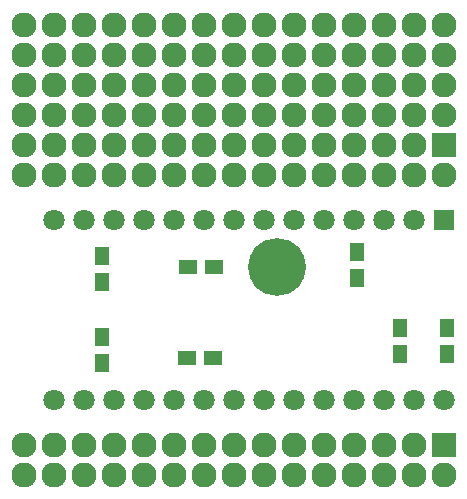
<source format=gbs>
G04 #@! TF.FileFunction,Soldermask,Bot*
%FSLAX46Y46*%
G04 Gerber Fmt 4.6, Leading zero omitted, Abs format (unit mm)*
G04 Created by KiCad (PCBNEW 4.0.2-stable) date 2016/05/22 12:46:19*
%MOMM*%
G01*
G04 APERTURE LIST*
%ADD10C,0.100000*%
%ADD11C,2.127200*%
%ADD12R,2.127200X2.127200*%
%ADD13O,2.127200X2.127200*%
%ADD14R,1.300000X1.600000*%
%ADD15R,1.797000X1.797000*%
%ADD16C,1.797000*%
%ADD17O,4.900000X4.900000*%
%ADD18R,1.600000X1.300000*%
G04 APERTURE END LIST*
D10*
D11*
X132080000Y-119126000D03*
X129540000Y-119126000D03*
X132080000Y-116586000D03*
X129540000Y-116586000D03*
X132080000Y-93726000D03*
X129540000Y-93726000D03*
X132080000Y-91186000D03*
X129540000Y-91186000D03*
X165100000Y-88646000D03*
X162560000Y-88646000D03*
X160020000Y-88646000D03*
X157480000Y-88646000D03*
X154940000Y-88646000D03*
X152400000Y-88646000D03*
X149860000Y-88646000D03*
X147320000Y-88646000D03*
X144780000Y-88646000D03*
X142240000Y-88646000D03*
X139700000Y-88646000D03*
X137160000Y-88646000D03*
X134620000Y-88646000D03*
X132080000Y-88646000D03*
X129540000Y-88646000D03*
X165100000Y-86106000D03*
X162560000Y-86106000D03*
X160020000Y-86106000D03*
X157480000Y-86106000D03*
X154940000Y-86106000D03*
X152400000Y-86106000D03*
X149860000Y-86106000D03*
X147320000Y-86106000D03*
X144780000Y-86106000D03*
X142240000Y-86106000D03*
X139700000Y-86106000D03*
X137160000Y-86106000D03*
X134620000Y-86106000D03*
X132080000Y-86106000D03*
X129540000Y-86106000D03*
X165100000Y-83566000D03*
X162560000Y-83566000D03*
X160020000Y-83566000D03*
X157480000Y-83566000D03*
X154940000Y-83566000D03*
X152400000Y-83566000D03*
X149860000Y-83566000D03*
X147320000Y-83566000D03*
X144780000Y-83566000D03*
X142240000Y-83566000D03*
X139700000Y-83566000D03*
X137160000Y-83566000D03*
X134620000Y-83566000D03*
X132080000Y-83566000D03*
X129540000Y-83566000D03*
X165100000Y-81026000D03*
X162560000Y-81026000D03*
X160020000Y-81026000D03*
X157480000Y-81026000D03*
X154940000Y-81026000D03*
X152400000Y-81026000D03*
X149860000Y-81026000D03*
X147320000Y-81026000D03*
X144780000Y-81026000D03*
X142240000Y-81026000D03*
X139700000Y-81026000D03*
X137160000Y-81026000D03*
X134620000Y-81026000D03*
X132080000Y-81026000D03*
D12*
X165100000Y-91186000D03*
D13*
X165100000Y-93726000D03*
X162560000Y-91186000D03*
X162560000Y-93726000D03*
X160020000Y-91186000D03*
X160020000Y-93726000D03*
X157480000Y-91186000D03*
X157480000Y-93726000D03*
X154940000Y-91186000D03*
X154940000Y-93726000D03*
X152400000Y-91186000D03*
X152400000Y-93726000D03*
X149860000Y-91186000D03*
X149860000Y-93726000D03*
X147320000Y-91186000D03*
X147320000Y-93726000D03*
X144780000Y-91186000D03*
X144780000Y-93726000D03*
X142240000Y-91186000D03*
X142240000Y-93726000D03*
X139700000Y-91186000D03*
X139700000Y-93726000D03*
X137160000Y-91186000D03*
X137160000Y-93726000D03*
X134620000Y-91186000D03*
X134620000Y-93726000D03*
D14*
X136144000Y-109685000D03*
X136144000Y-107485000D03*
X157798000Y-102510000D03*
X157798000Y-100310000D03*
D15*
X165100000Y-97536000D03*
D16*
X162560000Y-97536000D03*
X160020000Y-97536000D03*
X157480000Y-97536000D03*
X154940000Y-97536000D03*
X152400000Y-97536000D03*
X149860000Y-97536000D03*
X147320000Y-97536000D03*
X144780000Y-97536000D03*
X142240000Y-97536000D03*
X139700000Y-97536000D03*
X137160000Y-97536000D03*
X134620000Y-97536000D03*
X132080000Y-97536000D03*
X132080000Y-112776000D03*
X134620000Y-112776000D03*
X137160000Y-112776000D03*
X139700000Y-112776000D03*
X142240000Y-112776000D03*
X144780000Y-112776000D03*
X147320000Y-112776000D03*
X149860000Y-112776000D03*
X152400000Y-112776000D03*
X154940000Y-112776000D03*
X157480000Y-112776000D03*
X160020000Y-112776000D03*
X162560000Y-112776000D03*
X165100000Y-112776000D03*
D12*
X165100000Y-116586000D03*
D13*
X165100000Y-119126000D03*
X162560000Y-116586000D03*
X162560000Y-119126000D03*
X160020000Y-116586000D03*
X160020000Y-119126000D03*
X157480000Y-116586000D03*
X157480000Y-119126000D03*
X154940000Y-116586000D03*
X154940000Y-119126000D03*
X152400000Y-116586000D03*
X152400000Y-119126000D03*
X149860000Y-116586000D03*
X149860000Y-119126000D03*
X147320000Y-116586000D03*
X147320000Y-119126000D03*
X144780000Y-116586000D03*
X144780000Y-119126000D03*
X142240000Y-116586000D03*
X142240000Y-119126000D03*
X139700000Y-116586000D03*
X139700000Y-119126000D03*
X137160000Y-116586000D03*
X137160000Y-119126000D03*
X134620000Y-116586000D03*
X134620000Y-119126000D03*
D17*
X151000000Y-101571000D03*
D14*
X136144000Y-102827000D03*
X136144000Y-100627000D03*
X165354000Y-108923000D03*
X165354000Y-106723000D03*
D11*
X129540000Y-81026000D03*
D18*
X143426000Y-101536000D03*
X145626000Y-101536000D03*
X143362000Y-109220000D03*
X145562000Y-109220000D03*
D14*
X161417000Y-108902500D03*
X161417000Y-106702500D03*
M02*

</source>
